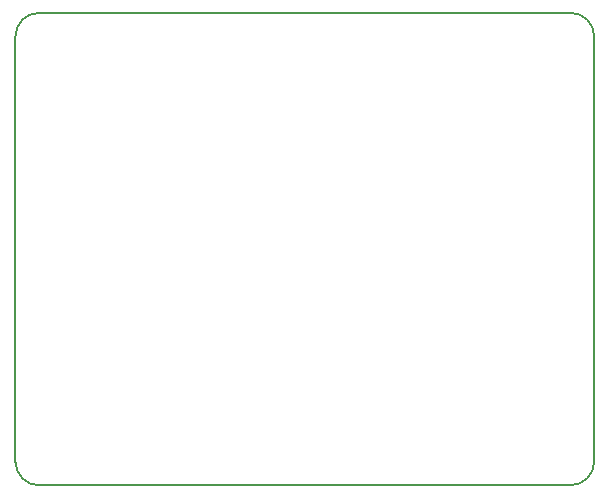
<source format=gbr>
G04 #@! TF.FileFunction,Profile,NP*
%FSLAX46Y46*%
G04 Gerber Fmt 4.6, Leading zero omitted, Abs format (unit mm)*
G04 Created by KiCad (PCBNEW 4.0.7) date 06/30/18 16:25:32*
%MOMM*%
%LPD*%
G01*
G04 APERTURE LIST*
%ADD10C,0.100000*%
%ADD11C,0.150000*%
G04 APERTURE END LIST*
D10*
D11*
X118000000Y-109000000D02*
X163000000Y-109000000D01*
X165000000Y-107000000D02*
X165000000Y-71000000D01*
X118000000Y-69000000D02*
G75*
G03X116000000Y-71000000I0J-2000000D01*
G01*
X165000000Y-71000000D02*
G75*
G03X163000000Y-69000000I-2000000J0D01*
G01*
X163000000Y-109000000D02*
G75*
G03X165000000Y-107000000I0J2000000D01*
G01*
X116000000Y-107000000D02*
X116000000Y-71000000D01*
X116000000Y-107000000D02*
G75*
G03X118000000Y-109000000I2000000J0D01*
G01*
X118000000Y-69000000D02*
X163000000Y-69000000D01*
M02*

</source>
